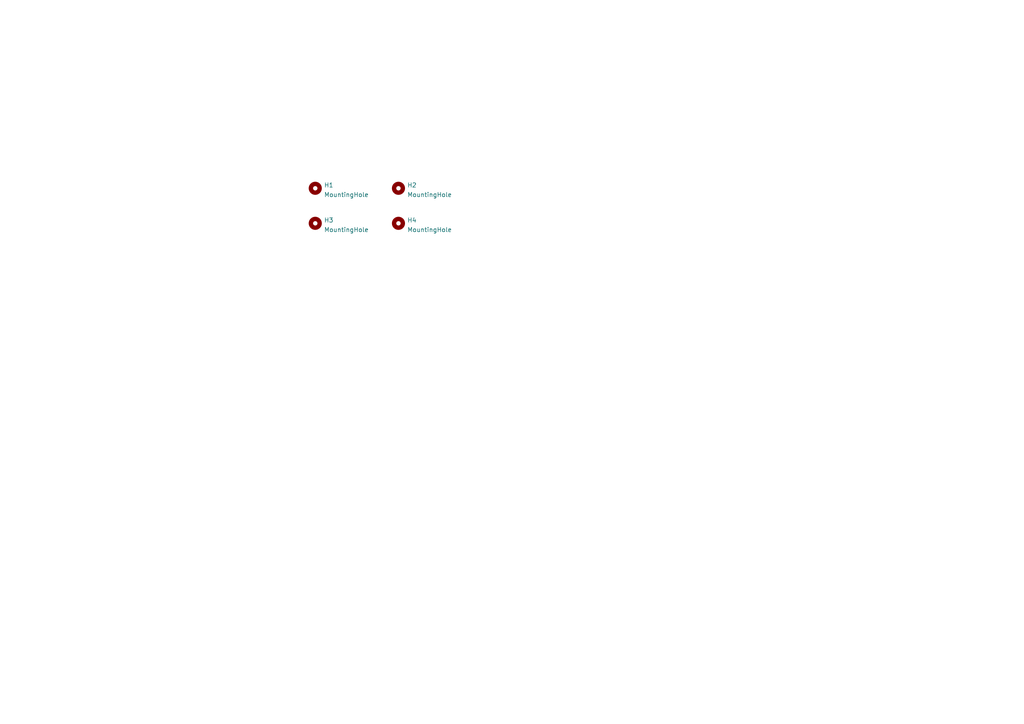
<source format=kicad_sch>
(kicad_sch (version 20210621) (generator eeschema)
  (paper "A4")
  (lib_symbols
    (symbol "Mechanical:MountingHole" (pin_names (offset 1.016))
      (property "Reference" "H" (at 0 5.08 0))
      (property "Value" "MountingHole" (at 0 3.175 0))
      (symbol "MountingHole_0_1"
        (circle (center 0 0) (radius 1.27) (stroke (width 1.27)))
      )
    )
  )
  (symbol (lib_id "Mechanical:MountingHole") (at 91.44 54.61 0) (unit 1)
    (property "Reference" "H1" (at 93.9801 53.7015 0) (effects (justify left)))
    (property "Value" "MountingHole" (at 93.9801 56.4766 0) (effects (justify left)))
    (property "Footprint" "MountingHole:MountingHole_3.5mm" (effects hide))
  )
  (symbol (lib_id "Mechanical:MountingHole") (at 91.44 64.77 0) (unit 1)
    (property "Reference" "H3" (at 93.9801 63.8615 0) (effects (justify left)))
    (property "Value" "MountingHole" (at 93.9801 66.6366 0) (effects (justify left)))
    (property "Footprint" "MountingHole:MountingHole_3.5mm" (effects hide))
  )
  (symbol (lib_id "Mechanical:MountingHole") (at 115.57 54.61 0) (unit 1)
    (property "Reference" "H2" (at 118.1101 53.7015 0) (effects (justify left)))
    (property "Value" "MountingHole" (at 118.1101 56.4766 0) (effects (justify left)))
    (property "Footprint" "MountingHole:MountingHole_3.5mm" (effects hide))
  )
  (symbol (lib_id "Mechanical:MountingHole") (at 115.57 64.77 0) (unit 1)
    (property "Reference" "H4" (at 118.1101 63.8615 0) (effects (justify left)))
    (property "Value" "MountingHole" (at 118.1101 66.6366 0) (effects (justify left)))
    (property "Footprint" "MountingHole:MountingHole_3.5mm" (effects hide))
  )
)
</source>
